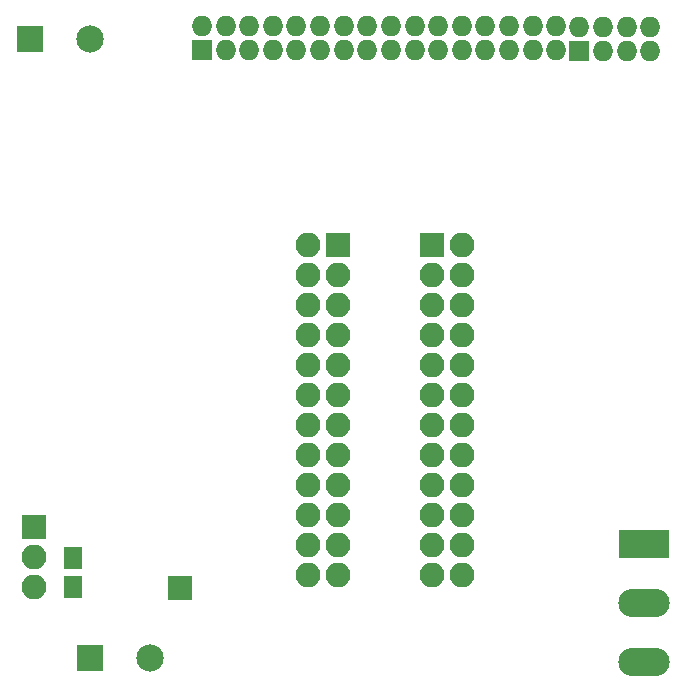
<source format=gbs>
G04 #@! TF.FileFunction,Soldermask,Bot*
%FSLAX46Y46*%
G04 Gerber Fmt 4.6, Leading zero omitted, Abs format (unit mm)*
G04 Created by KiCad (PCBNEW 4.0.6) date 04/04/18 23:00:04*
%MOMM*%
%LPD*%
G01*
G04 APERTURE LIST*
%ADD10C,0.100000*%
%ADD11R,2.100000X2.100000*%
%ADD12R,4.360000X2.380000*%
%ADD13O,4.360000X2.380000*%
%ADD14O,2.100000X2.100000*%
%ADD15R,1.650000X1.900000*%
%ADD16R,1.750000X1.750000*%
%ADD17O,1.750000X1.750000*%
%ADD18R,2.305000X2.305000*%
%ADD19C,2.305000*%
G04 APERTURE END LIST*
D10*
D11*
X48200000Y10700000D03*
D12*
X87460000Y14400000D03*
D13*
X87460000Y9400000D03*
X87460000Y4400000D03*
D11*
X69460000Y39700000D03*
D14*
X72000000Y39700000D03*
X69460000Y37160000D03*
X72000000Y37160000D03*
X69460000Y34620000D03*
X72000000Y34620000D03*
X69460000Y32080000D03*
X72000000Y32080000D03*
X69460000Y29540000D03*
X72000000Y29540000D03*
X69460000Y27000000D03*
X72000000Y27000000D03*
X69460000Y24460000D03*
X72000000Y24460000D03*
X69460000Y21920000D03*
X72000000Y21920000D03*
X69460000Y19380000D03*
X72000000Y19380000D03*
X69460000Y16840000D03*
X72000000Y16840000D03*
X69460000Y14300000D03*
X72000000Y14300000D03*
X69460000Y11760000D03*
X72000000Y11760000D03*
D15*
X39100000Y13250000D03*
X39100000Y10750000D03*
D16*
X50025000Y56250000D03*
D17*
X50025000Y58250000D03*
X52025000Y56250000D03*
X52025000Y58250000D03*
X54025000Y56250000D03*
X54025000Y58250000D03*
X56025000Y56250000D03*
X56025000Y58250000D03*
X58025000Y56250000D03*
X58025000Y58250000D03*
X60025000Y56250000D03*
X60025000Y58250000D03*
X62025000Y56250000D03*
X62025000Y58250000D03*
X64025000Y56250000D03*
X64025000Y58250000D03*
X66025000Y56250000D03*
X66025000Y58250000D03*
X68025000Y56250000D03*
X68025000Y58250000D03*
X70025000Y56250000D03*
X70025000Y58250000D03*
X72025000Y56250000D03*
X72025000Y58250000D03*
X74025000Y56250000D03*
X74025000Y58250000D03*
X76025000Y56250000D03*
X76025000Y58250000D03*
X78025000Y56250000D03*
X78025000Y58250000D03*
X80025000Y56250000D03*
X80025000Y58250000D03*
D16*
X81969857Y56203413D03*
D17*
X81969857Y58203413D03*
X83969857Y56203413D03*
X83969857Y58203413D03*
X85969857Y56203413D03*
X85969857Y58203413D03*
X87969857Y56203413D03*
X87969857Y58203413D03*
D18*
X35460000Y57200000D03*
D19*
X40540000Y57200000D03*
D18*
X40560000Y4800000D03*
D19*
X45640000Y4800000D03*
D11*
X35800000Y15840000D03*
D14*
X35800000Y13300000D03*
X35800000Y10760000D03*
D11*
X61540000Y39700000D03*
D14*
X59000000Y39700000D03*
X61540000Y37160000D03*
X59000000Y37160000D03*
X61540000Y34620000D03*
X59000000Y34620000D03*
X61540000Y32080000D03*
X59000000Y32080000D03*
X61540000Y29540000D03*
X59000000Y29540000D03*
X61540000Y27000000D03*
X59000000Y27000000D03*
X61540000Y24460000D03*
X59000000Y24460000D03*
X61540000Y21920000D03*
X59000000Y21920000D03*
X61540000Y19380000D03*
X59000000Y19380000D03*
X61540000Y16840000D03*
X59000000Y16840000D03*
X61540000Y14300000D03*
X59000000Y14300000D03*
X61540000Y11760000D03*
X59000000Y11760000D03*
M02*

</source>
